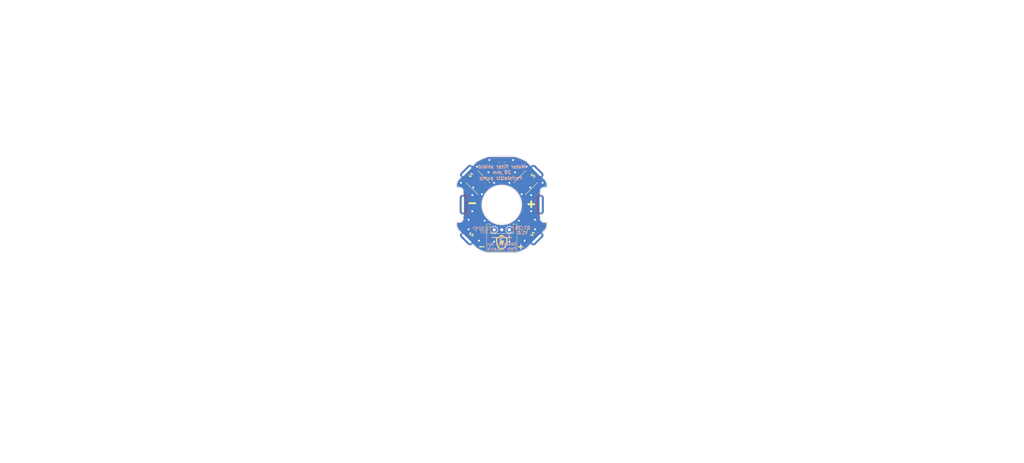
<source format=kicad_pcb>
(kicad_pcb (version 20241229) (generator "pcbnew") (generator_version "9.0")
  (title_block (title "${BOARD_NAME}") (date "2024-12-04") (rev "${REVISION}") (company "${COMPANY}"))
  (layers (0 "F.Cu" signal) (2 "B.Cu" signal) (13 "F.Paste" user) (15 "B.Paste" user) (5 "F.SilkS" user "F.Silkscreen") (7 "B.SilkS" user "B.Silkscreen") (1 "F.Mask" user) (3 "B.Mask" user) (25 "Edge.Cuts" user))
  (property "ASSEMBLY_NOTES" "ASSEMBLY NOTES (UNLESS OTHERWISE SPECIFIED)\n\n1)	DO NOT POPULATE PARTS ARE MARKED WITH A RED CROSS.\n\n2)	DO NOT POPULATE PARTS ARE NOT PRESENT IN THE BOM.\n\n3)	IF CONFLICTING INFORMATION IS FOUND BETWEEN THE ASSEMBLY\n	FILE AND BOM, BOM SHOULD BE USED AS THE MAIN SOURCE.\n\n4)	CONFORMAL COATING IS NOT REQUIRED.\n\n5)	DOT IDENTIFIES PIN #1 LOCATION AND DEVICE ORIENTATION\n	WHEN VIEWED FROM THE TOP.")
  (property "BOARD_NAME" "shield-peristaltic")
  (property "COMPANY" "TrendBit")
  (property "DESIGNER" "Petr_Malaník")
  (property "FABRICATION_NOTES" "FABRICATION NOTES (UNLESS OTHERWISE SPECIFIED)\n\n1)	FABRICATE PER IPC-6012A CLASS 2.\n\n2)	OUTLINE DEFINED IN SEPARATE GERBER FILE WITH\n	\"Edge_Cuts.GBR\" SUFFIX.\n\n	DIMENSIONS OF CIRCUMSIZED RECTANGLE SHOWN ON THIS\n	DRAWING FOR REFERENCE ONLY.\n\n3)	SEE SEPARATE DRILL FILES WITH \".DRL\" SUFFIX \n	FOR HOLE LOCATIONS.\n\n	SELECTED HOLE LOCATIONS SHOWN ON THIS DRAWING \n	FOR REFERENCE ONLY.\n\n4)	SURFACE FINISH: ENIG\n\n5)	SOLDERMASK ON BOTH SIDES OF THE BOARD SHALL \n	BE LPI, COLOR GREEN.\n\n6)	SILK SCREEN LEGEND TO BE APPLIED PER LAYER \n	STACKUP USING WHITE NON-CONDUCTIVE EPOXY INK.\n\n7)	ALL VIAS ARE TENTED ON BOTH SIDES UNLESS \n	SOLDERMASK OPENED IN GERBER.\n\n8)	VENDOR SHOULD FOLLOW ROHS COMPLIANT PROCESS \n	AND Pb FREE FOR MANUFACTURING\n\n9)	PCB MATERIAL REQUIREMENTS:\n\n	A.	FLAMMABILITY RATING MUST MEET OR EXCEED \n		UL94V-0 REQUIREMENTS.\n	B.	Tg 170 C OR EQUIVALENT.\n	C.	EQUIVALENT MATERIAL SHALL BE RoHS COMPLIANT, \n		HALOGEN FREE AND APPROVED BY TRENDBIT.\n\n10)	DESIGN GEOMETRY MINIMUM FEATURE SIZES:\n\n	BOARD SIZE				24.000 × 25.515 mm\n	BOARD THICKNESS		1.600 mm\n	TRACE WIDTH			1.000 mm\n	TRACE TO TRACE		0.200 mm\n	MIN. HOLE (PTH)			0.500 mm\n	MIN. HOLE (NPTH)		N/A mm\n	ANNULAR RING			0.250 mm\n	COPPER TO HOLE		0.250 mm\n	COPPER TO EDGE		0.250 mm\n	HOLE TO HOLE			0.250 mm")
  (property "GIT_HASH_PCB" "e95eb84")
  (property "GIT_HASH_SCH" "e95eb84")
  (property "GIT_URL" "")
  (property "PROJECT_NAME" "SMPBR")
  (property "RELEASE_BODY_1.0" "- Initial release")
  (property "RELEASE_BODY_1.1" "")
  (property "RELEASE_BODY_1.2" "")
  (property "RELEASE_BODY_1.3" "")
  (property "RELEASE_BODY_1.4" "")
  (property "RELEASE_BODY_UNRELEASED" "")
  (property "RELEASE_DATE" "29-Jul-2025")
  (property "RELEASE_DATE_NUM" "2025-07-29")
  (property "RELEASE_TITLE_1.0" "Version 1.0 - 2025-07-27")
  (property "RELEASE_TITLE_1.1" "")
  (property "RELEASE_TITLE_1.2" "")
  (property "RELEASE_TITLE_1.3" "")
  (property "RELEASE_TITLE_1.4" "")
  (property "RELEASE_TITLE_UNRELEASED" "")
  (property "REVISION" "1.0")
  (property "SHEET_NAME_1" "Cover Page")
  (property "SHEET_NAME_10" "......................................")
  (property "SHEET_NAME_11" "......................................")
  (property "SHEET_NAME_12" "......................................")
  (property "SHEET_NAME_13" "......................................")
  (property "SHEET_NAME_14" "......................................")
  (property "SHEET_NAME_15" "......................................")
  (property "SHEET_NAME_16" "......................................")
  (property "SHEET_NAME_17" "......................................")
  (property "SHEET_NAME_18" "......................................")
  (property "SHEET_NAME_19" "......................................")
  (property "SHEET_NAME_2" "Revision History")
  (property "SHEET_NAME_20" "......................................")
  (property "SHEET_NAME_21" "......................................")
  (property "SHEET_NAME_22" "......................................")
  (property "SHEET_NAME_23" "......................................")
  (property "SHEET_NAME_24" "......................................")
  (property "SHEET_NAME_25" "......................................")
  (property "SHEET_NAME_26" "......................................")
  (property "SHEET_NAME_27" "......................................")
  (property "SHEET_NAME_28" "......................................")
  (property "SHEET_NAME_29" "......................................")
  (property "SHEET_NAME_3" "System")
  (property "SHEET_NAME_30" "......................................")
  (property "SHEET_NAME_31" "......................................")
  (property "SHEET_NAME_32" "......................................")
  (property "SHEET_NAME_33" "......................................")
  (property "SHEET_NAME_34" "......................................")
  (property "SHEET_NAME_35" "......................................")
  (property "SHEET_NAME_36" "......................................")
  (property "SHEET_NAME_37" "......................................")
  (property "SHEET_NAME_38" "......................................")
  (property "SHEET_NAME_39" "......................................")
  (property "SHEET_NAME_4" "......................................")
  (property "SHEET_NAME_40" "......................................")
  (property "SHEET_NAME_5" "......................................")
  (property "SHEET_NAME_6" "......................................")
  (property "SHEET_NAME_7" "......................................")
  (property "SHEET_NAME_8" "......................................")
  (property "SHEET_NAME_9" "......................................")
  (property "VARIANT" "CHECKED")
  (net 0 "")
  (net 1 "/System/CASE")
  (net 2 "/System/MOT+")
  (net 3 "/System/MOT-")
  (net 4 "/System/VCC+")
  (net 5 "/System/VCC-")
  (footprint "LOGO" (layer "F.Cu") (at 145 88.3)
    (property "Reference" "G***" (hide yes))
    (property "Value" "LOGO" (hide yes))
    (fp_poly (pts (xy 0.003585 -0.918673) (xy 0.011696 -0.89513) (xy 0.023693 -0.858354) (xy 0.038936 -0.810352) (xy 0.056786 -0.753129) (xy 0.076605 -0.688691) (xy 0.091048 -0.64122) (xy 0.177596 -0.355528) (xy 0.474765 -0.351028) (xy 0.771933 -0.346528) (xy 0.526977 -0.171014) (xy 0.282021 0.0045) (xy 0.379749 0.291552) (xy 0.402811 0.359734) (xy 0.423702 0.42236) (xy 0.441779 0.477431) (xy 0.456398 0.522951) (xy 0.466915 0.556921) (xy 0.472686 0.577343) (xy 0.473526 0.582557) (xy 0.465679 0.578283) (xy 0.445281 0.564315) (xy 0.414065 0.541917) (xy 0.37376 0.512354) (xy 0.326098 0.47689) (xy 0.27281 0.436791) (xy 0.241537 0.413071) (xy 0.185379 0.370669) (xy 0.133401 0.332014) (xy 0.087424 0.298416) (xy 0.049273 0.271186) (xy 0.020771 0.251633) (xy 0.003743 0.241067) (xy 0 0.239558) (xy -0.01059 0.244703) (xy -0.033545 0.259243) (xy -0.066829 0.281772) (xy -0.108405 0.310887) (xy -0.156237 0.345182) (xy -0.207017 0.382316) (xy -0.261489 0.422517) (xy -0.31382 0.461126) (xy -0.361458 0.496264) (xy -0.401852 0.526048) (xy -0.432453 0.548598) (xy -0.448696 0.560554) (xy -0.474052 0.578542) (xy -0.487773 0.586129) (xy -0.492219 0.584235) (xy -0.490828 0.576955) (xy -0.486465 0.564057) (xy -0.476906 0.536351) (xy -0.462911 0.496016) (xy -0.445238 0.445233) (xy -0.424644 0.38618) (xy -0.401888 0.321039) (xy -0.388036 0.281433) (xy -0.291275 0.004916) (xy -0.531712 -0.170806) (xy -0.772149 -0.346528) (xy -0.474756 -0.351028) (xy -0.177362 -0.355528) (xy -0.090932 -0.641286) (xy -0.07016 -0.709528) (xy -0.050914 -0.771927) (xy -0.033833 -0.82648) (xy -0.019553 -0.871182) (xy -0.008713 -0.904026) (xy -0.001952 -0.92301) (xy 0 -0.926978)) (fill yes) (layer "F.SilkS"))
    (fp_poly (pts (xy 0.749309 -1.599043) (xy 1.498618 -1.318014) (xy 1.501293 -0.751265) (xy 1.501803 -0.612283) (xy 1.501896 -0.489693) (xy 1.501512 -0.381891) (xy 1.50059 -0.28727) (xy 1.499071 -0.204225) (xy 1.496894 -0.131152) (xy 1.493998 -0.066444) (xy 1.490322 -0.008496) (xy 1.485807 0.044297) (xy 1.480392 0.09354) (xy 1.474016 0.14084) (xy 1.466618 0.1878) (xy 1.465713 0.193171) (xy 1.428213 0.36642) (xy 1.37534 0.537725) (xy 1.308181 0.705464) (xy 1.227826 0.868016) (xy 1.135362 1.02376) (xy 1.031879 1.171075) (xy 0.918465 1.308339) (xy 0.796209 1.433932) (xy 0.666198 1.546232) (xy 0.529523 1.643618) (xy 0.465802 1.682335) (xy 0.356801 1.739602) (xy 0.239522 1.791563) (xy 0.130552 1.831659) (xy 0.081342 1.847604) (xy 0.045126 1.85829) (xy 0.017821 1.864153) (xy -0.004655 1.865628) (xy -0.026386 1.863151) (xy -0.051455 1.857159) (xy -0.067249 1.852774) (xy -0.133607 1.831734) (xy -0.208832 1.803985) (xy -0.286388 1.772141) (xy -0.359742 1.738814) (xy -0.391644 1.723006) (xy -0.53458 1.64003) (xy -0.671597 1.541205) (xy -0.80166 1.42801) (xy -0.923732 1.301922) (xy -1.036779 1.164421) (xy -1.139764 1.016984) (xy -1.231651 0.86109) (xy -1.311405 0.698215) (xy -1.377991 0.52984) (xy -1.430372 0.357441) (xy -1.466397 0.189149) (xy -1.473756 0.143062) (xy -1.48011 0.096694) (xy -1.485517 0.048452) (xy -1.490037 -0.003256) (xy -1.493728 -0.060022) (xy -1.496651 -0.123439) (xy -1.498863 -0.195099) (xy -1.500424 -0.276595) (xy -1.501393 -0.369518) (xy -1.501828 -0.475461) (xy -1.50179 -0.596017) (xy -1.501336 -0.732778) (xy -1.501252 -0.751265) (xy -1.499534 -1.120994) (xy -1.216252 -1.120994) (xy -1.21255 -0.535745) (xy -1.211741 -0.411543) (xy -1.210906 -0.303677) (xy -1.209909 -0.210483) (xy -1.208615 -0.130297) (xy -1.206888 -0.061454) (xy -1.204592 -0.002288) (xy -1.201592 0.048863) (xy -1.197752 0.093665) (xy -1.192936 0.133783) (xy -1.18701 0.170881) (xy -1.179836 0.206623) (xy -1.17128 0.242674) (xy -1.161207 0.280698) (xy -1.149479 0.322361) (xy -1.13993 0.355563) (xy -1.08437 0.518817) (xy -1.013994 0.67631) (xy -0.929971 0.826587) (xy -0.833469 0.968188) (xy -0.725656 1.099658) (xy -0.6077 1.219537) (xy -0.48077 1.32637) (xy -0.346034 1.418698) (xy -0.240686 1.477484) (xy -0.188709 1.502816) (xy -0.137179 1.526254) (xy -0.089334 1.546475) (xy -0.048414 1.562158) (xy -0.017654 1.571981) (xy -0.002485 1.574733) (xy 0.015001 1.571682) (xy 0.04364 1.563235) (xy 0.078016 1.551039) (xy 0.087522 1.54734) (xy 0.243823 1.475755) (xy 0.391195 1.389033) (xy 0.528959 1.288038) (xy 0.656434 1.173633) (xy 0.772938 1.046682) (xy 0.877791 0.90805) (xy 0.970312 0.758601) (xy 1.049819 0.599197) (xy 1.115633 0.430705) (xy 1.167071 0.253986) (xy 1.189965 0.148511) (xy 1.193774 0.127686) (xy 1.197054 0.107091) (xy 1.199854 0.085203) (xy 1.202226 0.060499) (xy 1.20422 0.031455) (xy 1.205885 -0.003453) (xy 1.207272 -0.045748) (xy 1.208432 -0.096953) (xy 1.209414 -0.158593) (xy 1.210269 -0.23219) (xy 1.211048 -0.319269) (xy 1.2118 -0.421352) (xy 1.212549 -0.535748) (xy 1.216251 -1.121) (xy 0.613209 -1.348062) (xy 0.513772 -1.385447) (xy 0.41915 -1.420913) (xy 0.330709 -1.453956) (xy 0.249811 -1.48407) (xy 0.177821 -1.510752) (xy 0.116104 -1.533496) (xy 0.066023 -1.551799) (xy 0.028941 -1.565156) (xy 0.006225 -1.573062) (xy -0.000716 -1.575124) (xy -0.010738 -1.572022) (xy -0.03623 -1.563053) (xy -0.07583 -1.548723) (xy -0.128171 -1.529535) (xy -0.191889 -1.505997) (xy -0.265621 -1.478613) (xy -0.348 -1.447888) (xy -0.437663 -1.414328) (xy -0.533245 -1.378437) (xy -0.613926 -1.348059) (xy -1.216252 -1.120994) (xy -1.499534 -1.120994) (xy -1.498618 -1.318014) (xy -0.749309 -1.599043) (xy 0 -1.880072)) (fill yes) (layer "F.SilkS"))
  )
  (footprint "TCY_passives:C-FT_1206_3216Metric" (layer "F.Cu") (at 145 68)
    (property "Reference" "C101" (hide yes))
    (property "Value" "100nF" (hide yes))
    (fp_line (start -0.805626 -1) (end -0.594374 -1) (stroke (width 0.12)) (layer "F.SilkS"))
    (fp_line (start -0.8 1) (end -0.588748 1) (stroke (width 0.12)) (layer "F.SilkS"))
    (fp_line (start 0.594374 -1) (end 0.805626 -1) (stroke (width 0.12)) (layer "F.SilkS"))
    (fp_line (start 0.600095 0.995612) (end 0.811347 0.995612) (stroke (width 0.12)) (layer "F.SilkS"))
    (pad "1" smd roundrect (at -1.475 0) (size 1.15 1.8) (layers "F.Cu" "F.Mask" "F.Paste") (roundrect_rratio 0.217391) (net 3 "/System/MOT-"))
    (pad "2" smd roundrect (at 0 -0.7) (size 1 0.8) (layers "F.Cu" "F.Mask" "F.Paste") (roundrect_rratio 0.217391) (net 1 "/System/CASE"))
    (pad "2" smd roundrect (at 0 0) (size 1 1.6) (layers "F.Cu" "F.Mask" "F.Paste") (roundrect_rratio 0.217391) (net 1 "/System/CASE"))
    (pad "2" smd roundrect (at 0 0.7) (size 1 0.8) (layers "F.Cu" "F.Mask" "F.Paste") (roundrect_rratio 0.217391) (net 1 "/System/CASE"))
    (pad "3" smd roundrect (at 1.475 0) (size 1.15 1.8) (layers "F.Cu" "F.Mask" "F.Paste") (roundrect_rratio 0.217391) (net 2 "/System/MOT+"))
  )
  (footprint "Inductor_SMD:L_Pulse_PA4332" (layer "F.Cu") (at 138.75 72.5 135)
    (property "Reference" "L102" (hide yes))
    (property "Value" "3.3uH" (hide yes))
    (fp_line (start 2.21 -2.21) (end 2.21 -2.11) (stroke (width 0.12)) (layer "F.SilkS"))
    (fp_line (start 2.21 2.11) (end 2.21 2.21) (stroke (width 0.12)) (layer "F.SilkS"))
    (fp_line (start 2.21 2.21) (end -2.21 2.21) (stroke (width 0.12)) (layer "F.SilkS"))
    (fp_line (start -2.21 -2.21) (end 2.21 -2.21) (stroke (width 0.12)) (layer "F.SilkS"))
    (fp_line (start -2.21 -2.11) (end -2.21 -2.21) (stroke (width 0.12)) (layer "F.SilkS"))
    (fp_line (start -2.21 2.21) (end -2.21 2.11) (stroke (width 0.12)) (layer "F.SilkS"))
    (pad "1" smd roundrect (at -1.5 0 135) (size 1.1 3.7) (layers "F.Cu" "F.Mask" "F.Paste") (roundrect_rratio 0.227273) (net 5 "/System/VCC-"))
    (pad "2" smd roundrect (at 1.5 0 135) (size 1.1 3.7) (layers "F.Cu" "F.Mask" "F.Paste") (roundrect_rratio 0.227273) (net 3 "/System/MOT-"))
  )
  (footprint "Pads:Motor_pad_peri" (layer "F.Cu") (at 134.75 78.25)
    (property "Reference" "J103" (hide yes))
    (property "Value" "MOT-" (hide yes))
    (pad "1" thru_hole oval (at 0 0) (size 1.6 5.2) (drill oval 0.6 4.2) (property pad_prop_castellated) (layers "*.Cu" "*.Mask") (net 3 "/System/MOT-"))
  )
  (footprint "Pads:Motor_pad_shield" (layer "F.Cu") (at 154.25 69.5 45)
    (property "Reference" "J107" (hide yes))
    (property "Value" "Shield" (hide yes))
    (pad "1" thru_hole oval (at 0 0 45) (size 1.6 4.2) (drill oval 0.6 3.2) (property pad_prop_castellated) (layers "*.Cu" "*.Mask") (net 1 "/System/CASE"))
  )
  (footprint "Pads:Motor_pad_peri" (layer "F.Cu") (at 155.25 78.25)
    (property "Reference" "J102" (hide yes))
    (property "Value" "MOT+" (hide yes))
    (pad "1" thru_hole oval (at 0 0) (size 1.6 5.2) (drill oval 0.6 4.2) (property pad_prop_castellated) (layers "*.Cu" "*.Mask") (net 2 "/System/MOT+"))
  )
  (footprint "Pads:Motor_pad_shield" (layer "F.Cu") (at 135.75 87.25 45)
    (property "Reference" "J104" (hide yes))
    (property "Value" "Shield" (hide yes))
    (pad "1" thru_hole oval (at 0 0 45) (size 1.6 4.2) (drill oval 0.6 3.2) (property pad_prop_castellated) (layers "*.Cu" "*.Mask") (net 1 "/System/CASE"))
  )
  (footprint "TCY_connectors:Hirose_DF3A-03P-2DS_1x03_P2.00mm_Horizontal" (layer "F.Cu") (at 145 87.375)
    (property "Reference" "J101" (hide yes))
    (property "Value" "DF3EA-3P-2H" (hide yes))
    (fp_line (start -4 -4) (end -4 3.25) (stroke (width 0.1)) (layer "F.SilkS"))
    (fp_line (start -4 -4) (end -3 -4) (stroke (width 0.1)) (layer "F.SilkS"))
    (fp_line (start -3 -4) (end -3 -1.5) (stroke (width 0.1)) (layer "F.SilkS"))
    (fp_line (start -3 -1.5) (end 3 -1.5) (stroke (width 0.1)) (layer "F.SilkS"))
    (fp_line (start 3 -4) (end 4 -4) (stroke (width 0.1)) (layer "F.SilkS"))
    (fp_line (start 3 -1.5) (end 3 -4) (stroke (width 0.1)) (layer "F.SilkS"))
    (fp_line (start 4 -4) (end 4 3.25) (stroke (width 0.1)) (layer "F.SilkS"))
    (fp_line (start 4 3.25) (end -4 3.25) (stroke (width 0.1)) (layer "F.SilkS"))
    (pad "1" thru_hole circle (at -2 -2.5) (size 1.6 1.6) (drill 0.8) (layers "*.Cu" "*.Mask") (net 5 "/System/VCC-"))
    (pad "2" thru_hole circle (at 0 -2.5) (size 1.6 1.6) (drill 0.8) (layers "*.Cu" "*.Mask") (net 1 "/System/CASE"))
    (pad "3" thru_hole circle (at 2 -2.5) (size 1.6 1.6) (drill 0.8) (layers "*.Cu" "*.Mask") (net 4 "/System/VCC+"))
  )
  (footprint "Pads:Motor_pad_shield" (layer "F.Cu") (at 135.75 69.5 -45)
    (property "Reference" "J106" (hide yes))
    (property "Value" "Shield" (hide yes))
    (pad "1" thru_hole oval (at 0 0 315) (size 1.6 4.2) (drill oval 0.6 3.2) (property pad_prop_castellated) (layers "*.Cu" "*.Mask") (net 1 "/System/CASE"))
  )
  (footprint "Inductor_SMD:L_Pulse_PA4332" (layer "F.Cu") (at 151.25 72.5 45)
    (property "Reference" "L103" (hide yes))
    (property "Value" "3.3uH" (hide yes))
    (fp_line (start -2.21 -2.21) (end 2.21 -2.21) (stroke (width 0.12)) (layer "F.SilkS"))
    (fp_line (start -2.21 -2.11) (end -2.21 -2.21) (stroke (width 0.12)) (layer "F.SilkS"))
    (fp_line (start 2.21 -2.21) (end 2.21 -2.11) (stroke (width 0.12)) (layer "F.SilkS"))
    (fp_line (start -2.21 2.21) (end -2.21 2.11) (stroke (width 0.12)) (layer "F.SilkS"))
    (fp_line (start 2.21 2.11) (end 2.21 2.21) (stroke (width 0.12)) (layer "F.SilkS"))
    (fp_line (start 2.21 2.21) (end -2.21 2.21) (stroke (width 0.12)) (layer "F.SilkS"))
    (pad "1" smd roundrect (at -1.5 0 45) (size 1.1 3.7) (layers "F.Cu" "F.Mask" "F.Paste") (roundrect_rratio 0.227273) (net 4 "/System/VCC+"))
    (pad "2" smd roundrect (at 1.5 0 45) (size 1.1 3.7) (layers "F.Cu" "F.Mask" "F.Paste") (roundrect_rratio 0.227273) (net 2 "/System/MOT+"))
  )
  (footprint "Capacitor_SMD:C_0805_2012Metric" (layer "F.Cu") (at 139 85 -90)
    (property "Reference" "C103" (hide yes))
    (property "Value" "22nF" (hide yes))
    (fp_line (start -0.261252 0.735) (end 0.261252 0.735) (stroke (width 0.12)) (layer "F.SilkS"))
    (fp_line (start -0.261252 -0.735) (end 0.261252 -0.735) (stroke (width 0.12)) (layer "F.SilkS"))
    (pad "1" smd roundrect (at -0.95 0 270) (size 1 1.45) (layers "F.Cu" "F.Mask" "F.Paste") (net 5 "/System/VCC-"))
    (pad "2" smd roundrect (at 0.95 0 270) (size 1 1.45) (layers "F.Cu" "F.Mask" "F.Paste") (net 1 "/System/CASE"))
  )
  (footprint "Pads:Motor_pad_shield" (layer "F.Cu") (at 154.25 87.25 -45)
    (property "Reference" "J108" (hide yes))
    (property "Value" "Shield" (hide yes))
    (pad "1" thru_hole oval (at 0 0 315) (size 1.6 4.2) (drill oval 0.6 3.2) (property pad_prop_castellated) (layers "*.Cu" "*.Mask") (net 1 "/System/CASE"))
  )
  (footprint "Capacitor_SMD:C_0805_2012Metric" (layer "F.Cu") (at 145 71)
    (property "Reference" "C104" (hide yes))
    (property "Value" "100nF" (hide yes))
    (fp_line (start -0.261252 -0.735) (end 0.261252 -0.735) (stroke (width 0.12)) (layer "F.SilkS"))
    (fp_line (start -0.261252 0.735) (end 0.261252 0.735) (stroke (width 0.12)) (layer "F.SilkS"))
    (pad "1" smd roundrect (at -0.95 0) (size 1 1.45) (layers "F.Cu" "F.Mask" "F.Paste") (net 5 "/System/VCC-"))
    (pad "2" smd roundrect (at 0.95 0) (size 1 1.45) (layers "F.Cu" "F.Mask" "F.Paste") (net 4 "/System/VCC+"))
  )
  (footprint "Capacitor_SMD:C_0805_2012Metric" (layer "F.Cu") (at 151 85 90)
    (property "Reference" "C102" (hide yes))
    (property "Value" "22nF" (hide yes))
    (fp_line (start -0.261252 -0.735) (end 0.261252 -0.735) (stroke (width 0.12)) (layer "F.SilkS"))
    (fp_line (start -0.261252 0.735) (end 0.261252 0.735) (stroke (width 0.12)) (layer "F.SilkS"))
    (pad "1" smd roundrect (at -0.95 0 90) (size 1 1.45) (layers "F.Cu" "F.Mask" "F.Paste") (net 1 "/System/CASE"))
    (pad "2" smd roundrect (at 0.95 0 90) (size 1 1.45) (layers "F.Cu" "F.Mask" "F.Paste") (net 4 "/System/VCC+"))
  )
  (footprint "LOGO" (layer "B.Cu") (at 139.5 85 180)
    (property "Reference" "G***" (hide yes))
    (property "Value" "LOGO" (hide yes))
    (fp_poly (pts (xy 0.518003 0.919902) (xy 0.518003 0.848453) (xy 0.214346 0.848453) (xy -0.089311 0.848453) (xy -0.089311 0.919902) (xy -0.089311 0.991351) (xy 0.214346 0.991351) (xy 0.518003 0.991351)) (fill yes) (layer "B.SilkS"))
    (fp_poly (pts (xy 0.518003 0.562659) (xy 0.518003 0.49121) (xy 0.214346 0.49121) (xy -0.089311 0.49121) (xy -0.089311 0.562659) (xy -0.089311 0.634107) (xy 0.214346 0.634107) (xy 0.518003 0.634107)) (fill yes) (layer "B.SilkS"))
    (fp_poly (pts (xy 0.518003 0.232209) (xy 0.518003 0.151829) (xy 0.214346 0.151829) (xy -0.089311 0.151829) (xy -0.089311 0.232209) (xy -0.089311 0.312588) (xy 0.214346 0.312588) (xy 0.518003 0.312588)) (fill yes) (layer "B.SilkS"))
    (fp_poly (pts (xy 0.267932 -0.116104) (xy 0.267932 -0.205414) (xy -0.08038 -0.205414) (xy -0.428692 -0.205414) (xy -0.428692 -0.116104) (xy -0.428692 -0.026793) (xy -0.08038 -0.026793) (xy 0.267932 -0.026793)) (fill yes) (layer "B.SilkS"))
    (fp_poly (pts (xy 0 -0.669831) (xy 0 -0.866315) (xy -0.08038 -0.866315) (xy -0.16076 -0.866315) (xy -0.16076 -0.669831) (xy -0.16076 -0.473347) (xy -0.08038 -0.473347) (xy 0 -0.473347)) (fill yes) (layer "B.SilkS"))
    (fp_poly (pts (xy -0.607314 -0.446554) (xy -0.607314 -0.866315) (xy -0.696625 -0.866315) (xy -0.785936 -0.866315) (xy -0.785936 -0.446554) (xy -0.785936 -0.026793) (xy -0.696625 -0.026793) (xy -0.607314 -0.026793)) (fill yes) (layer "B.SilkS"))
    (fp_poly (pts (xy -1.053868 0.90204) (xy -1.053868 0.812729) (xy -1.64332 0.812729) (xy -2.232771 0.812729) (xy -2.232771 0.90204) (xy -2.232771 0.991351) (xy -1.64332 0.991351) (xy -1.053868 0.991351)) (fill yes) (layer "B.SilkS"))
    (fp_poly (pts (xy -1.571871 -0.08931) (xy -1.571871 -0.41976) (xy -1.652251 -0.41976) (xy -1.73263 -0.41976) (xy -1.73263 -0.08931) (xy -1.73263 0.24114) (xy -1.652251 0.24114) (xy -1.571871 0.24114)) (fill yes) (layer "B.SilkS"))
    (fp_poly (pts (xy 1.303938 0.57159) (xy 1.303391 0.453417) (xy 1.301855 0.348115) (xy 1.299489 0.260618) (xy 1.296451 0.195858) (xy 1.2929 0.158768) (xy 1.29046 0.151829) (xy 1.274233 0.163892) (xy 1.236985 0.197499) (xy 1.182796 0.248781) (xy 1.115752 0.313867) (xy 1.039934 0.388885) (xy 1.031459 0.397352) (xy 0.785935 0.642876) (xy 0.785935 0.575974) (xy 0.785935 0.509072) (xy 0.705555 0.509072) (xy 0.625176 0.509072) (xy 0.625176 0.750211) (xy 0.626086 0.853936) (xy 0.62905 0.925811) (xy 0.634421 0.969674) (xy 0.642549 0.989359) (xy 0.647264 0.991351) (xy 0.666335 0.979262) (xy 0.706085 0.945639) (xy 0.762173 0.894445) (xy 0.830255 0.829644) (xy 0.905991 0.755198) (xy 0.906265 0.754925) (xy 1.143178 0.5185) (xy 1.143178 0.754925) (xy 1.143178 0.991351) (xy 1.223558 0.991351) (xy 1.303938 0.991351)) (fill yes) (layer "B.SilkS"))
    (fp_poly (pts (xy -0.525769 0.988404) (xy -0.439016 0.978196) (xy -0.37442 0.958673) (xy -0.325389 0.927784) (xy -0.28533 0.883477) (xy -0.282602 0.879693) (xy -0.248088 0.804134) (xy -0.236634 0.716003) (xy -0.249343 0.630676) (xy -0.262478 0.598739) (xy -0.305117 0.541719) (xy -0.366494 0.487969) (xy -0.431109 0.450947) (xy -0.434014 0.449826) (xy -0.431162 0.434726) (xy -0.406192 0.399662) (xy -0.362823 0.34934) (xy -0.313007 0.296794) (xy -0.170529 0.151829) (xy -0.286505 0.151829) (xy -0.402482 0.151829) (xy -0.60314 0.353058) (xy -0.671462 0.422898) (xy -0.729798 0.485057) (xy -0.773837 0.534734) (xy -0.799266 0.567134) (xy -0.803798 0.576335) (xy -0.79134 0.588135) (xy -0.751577 0.595256) (xy -0.680921 0.598224) (xy -0.653132 0.598383) (xy -0.550724 0.601426) (xy -0.478743 0.611479) (xy -0.432335 0.629926) (xy -0.40665 0.658152) (xy -0.401815 0.670098) (xy -0.393141 0.728127) (xy -0.410078 0.771954) (xy -0.454679 0.802756) (xy -0.528993 0.82171) (xy -0.635071 0.829994) (xy -0.681428 0.830591) (xy -0.839522 0.830591) (xy -0.839522 0.910971) (xy -0.839522 0.991351) (xy -0.641272 0.991351)) (fill yes) (layer "B.SilkS"))
    (fp_poly (pts (xy 1.594198 0.991176) (xy 1.68453 0.989816) (xy 1.749984 0.984809) (xy 1.801356 0.974457) (xy 1.849437 0.957065) (xy 1.869997 0.947836) (xy 1.968432 0.883407) (xy 2.042361 0.795919) (xy 2.088712 0.690892) (xy 2.104412 0.573846) (xy 2.102072 0.530809) (xy 2.07272 0.413712) (xy 2.012287 0.311125) (xy 1.924286 0.228632) (xy 1.903336 0.214819) (xy 1.861415 0.190492) (xy 1.823424 0.174412) (xy 1.779802 0.164533) (xy 1.720985 0.158808) (xy 1.637411 0.155191) (xy 1.622479 0.154714) (xy 1.428973 0.148668) (xy 1.428973 0.21977) (xy 1.428973 0.290873) (xy 1.610581 0.303871) (xy 1.693318 0.310305) (xy 1.749485 0.317325) (xy 1.788165 0.327774) (xy 1.818442 0.344496) (xy 1.849398 0.370334) (xy 1.862957 0.382881) (xy 1.907289 0.429483) (xy 1.930601 0.472858) (xy 1.94145 0.529815) (xy 1.942366 0.538831) (xy 1.937502 0.645311) (xy 1.903323 0.735093) (xy 1.843187 0.804381) (xy 1.76045 0.849375) (xy 1.65847 0.866276) (xy 1.652962 0.866316) (xy 1.57187 0.866316) (xy 1.57187 0.794867) (xy 1.57187 0.723418) (xy 1.491491 0.723418) (xy 1.411111 0.723418) (xy 1.411111 0.857384) (xy 1.411111 0.991351)) (fill yes) (layer "B.SilkS"))
    (fp_poly (pts (xy -1.638854 0.50868) (xy -1.5093 0.508207) (xy -1.410105 0.506826) (xy -1.335906 0.504138) (xy -1.281341 0.499746) (xy -1.241049 0.493251) (xy -1.209666 0.484257) (xy -1.187834 0.475208) (xy -1.091977 0.413072) (xy -1.021956 0.330956) (xy -0.979005 0.234778) (xy -0.964357 0.13046) (xy -0.979247 0.023924) (xy -1.024908 -0.07891) (xy -1.061809 -0.129653) (xy -1.110887 -0.187858) (xy -1.057475 -0.248691) (xy -0.998785 -0.340525) (xy -0.970486 -0.44232) (xy -0.971411 -0.547298) (xy -1.00039 -0.648684) (xy -1.056253 -0.739701) (xy -1.13783 -0.813575) (xy -1.15705 -0.82565) (xy -1.185432 -0.841896) (xy -1.211491 -0.854211) (xy -1.240613 -0.863225) (xy -1.278182 -0.869568) (xy -1.329583 -0.873869) (xy -1.400201 -0.876759) (xy -1.495419 -0.878867) (xy -1.620624 -0.880823) (xy -1.629923 -0.88096) (xy -2.018425 -0.886675) (xy -2.018425 -0.80603) (xy -2.018425 -0.725386) (xy -1.635522 -0.719936) (xy -1.252618 -0.714486) (xy -1.197785 -0.661915) (xy -1.142373 -0.587414) (xy -1.119615 -0.504031) (xy -1.127279 -0.42984) (xy -1.159441 -0.367605) (xy -1.213725 -0.310907) (xy -1.277215 -0.272259) (xy -1.296384 -0.26599) (xy -1.324103 -0.253945) (xy -1.336672 -0.228982) (xy -1.339662 -0.17989) (xy -1.339663 -0.178918) (xy -1.337272 -0.130277) (xy -1.325608 -0.105918) (xy -1.297936 -0.094488) (xy -1.288352 -0.092445) (xy -1.242526 -0.073087) (xy -1.193529 -0.038035) (xy -1.183319 -0.02846) (xy -1.135112 0.041951) (xy -1.117453 0.120033) (xy -1.12854 0.198304) (xy -1.16657 0.269281) (xy -1.229739 0.325484) (xy -1.273842 0.347123) (xy -1.309056 0.353812) (xy -1.372366 0.359469) (xy -1.456149 0.363649) (xy -1.55278 0.365905) (xy -1.599827 0.366175) (xy -1.875528 0.366175) (xy -1.875528 0.214346) (xy -1.875528 0.062518) (xy -1.946976 0.062518) (xy -2.018425 0.062518) (xy -2.018425 0.285795) (xy -2.018425 0.509072)) (fill yes) (layer "B.SilkS"))
  )
  (gr_arc (start 133.25 73.815758) (mid 133.073223 73.742535) (end 133 73.565758) (stroke (width 0.1)) (layer "Edge.Cuts"))
  (gr_line (start 156.75 82.815758) (end 156.25 82.815758) (stroke (width 0.1)) (layer "Edge.Cuts"))
  (gr_line (start 151.795445 89.666387) (end 156.547911 84.913921) (stroke (width 0.1)) (layer "Edge.Cuts"))
  (gr_arc (start 148.79109 65.567517) (mid 150.08969 66.02816) (end 151.333662 66.620685) (stroke (width 0.1)) (layer "Edge.Cuts"))
  (gr_arc (start 141.20891 65.567517) (mid 141.490951 65.505398) (end 141.778999 65.484546) (stroke (width 0.1)) (layer "Edge.Cuts"))
  (gr_arc (start 133.75 73.815758) (mid 134.457107 74.108651) (end 134.75 74.815758) (stroke (width 0.1)) (layer "Edge.Cuts"))
  (gr_arc (start 140.669541 90.891017) (mid 139.649807 90.492191) (end 138.666338 90.010831) (stroke (width 0.1)) (layer "Edge.Cuts"))
  (gr_arc (start 134.75 81.815758) (mid 134.457107 82.522865) (end 133.75 82.815758) (stroke (width 0.1)) (layer "Edge.Cuts"))
  (gr_line (start 133 73.053629) (end 133 73.565758) (stroke (width 0.1)) (layer "Edge.Cuts"))
  (gr_line (start 134.75 74.815758) (end 134.75 81.815758) (stroke (width 0.1)) (layer "Edge.Cuts"))
  (gr_arc (start 151.333662 90.010831) (mid 150.350192 90.492188) (end 149.330459 90.891017) (stroke (width 0.1)) (layer "Edge.Cuts"))
  (gr_arc (start 156.547911 71.717595) (mid 156.660667 71.918974) (end 156.769912 72.122279) (stroke (width 0.1)) (layer "Edge.Cuts"))
  (gr_arc (start 133.452089 84.913921) (mid 133.339333 84.712542) (end 133.230088 84.509237) (stroke (width 0.1)) (layer "Edge.Cuts"))
  (gr_arc (start 156.769912 84.509237) (mid 156.660667 84.712542) (end 156.547911 84.913921) (stroke (width 0.1)) (layer "Edge.Cuts"))
  (gr_line (start 155.25 81.815758) (end 155.25 74.815758) (stroke (width 0.1)) (layer "Edge.Cuts"))
  (gr_arc (start 151.795445 89.666387) (mid 151.577022 89.855325) (end 151.333662 90.010831) (stroke (width 0.1)) (layer "Edge.Cuts"))
  (gr_arc (start 156.75 82.815758) (mid 156.926777 82.888981) (end 157 83.065758) (stroke (width 0.1)) (layer "Edge.Cuts"))
  (gr_line (start 156.547911 71.717595) (end 151.795445 66.965129) (stroke (width 0.1)) (layer "Edge.Cuts"))
  (gr_arc (start 149.330459 90.891017) (mid 149.009388 90.972559) (end 148.679262 91) (stroke (width 0.1)) (layer "Edge.Cuts"))
  (gr_arc (start 151.333662 66.620685) (mid 151.577019 66.776195) (end 151.795445 66.965129) (stroke (width 0.1)) (layer "Edge.Cuts"))
  (gr_line (start 138.204555 66.965129) (end 133.452089 71.717595) (stroke (width 0.1)) (layer "Edge.Cuts"))
  (gr_arc (start 138.204555 66.965129) (mid 138.422979 66.776193) (end 138.666338 66.620685) (stroke (width 0.1)) (layer "Edge.Cuts"))
  (gr_line (start 157 83.577887) (end 157 83.065758) (stroke (width 0.1)) (layer "Edge.Cuts"))
  (gr_circle (center 145 78.315758) (end 150.1 78.315758) (stroke (width 0.1)) (fill no) (layer "Edge.Cuts"))
  (gr_line (start 148.221001 65.484546) (end 141.778999 65.484546) (stroke (width 0.1)) (layer "Edge.Cuts"))
  (gr_line (start 133.25 73.815758) (end 133.75 73.815758) (stroke (width 0.1)) (layer "Edge.Cuts"))
  (gr_line (start 157 73.565758) (end 157 73.053629) (stroke (width 0.1)) (layer "Edge.Cuts"))
  (gr_arc (start 133 73.053629) (mid 133.058374 72.573954) (end 133.230088 72.122279) (stroke (width 0.1)) (layer "Edge.Cuts"))
  (gr_arc (start 157 83.577887) (mid 156.941619 84.05756) (end 156.769912 84.509237) (stroke (width 0.1)) (layer "Edge.Cuts"))
  (gr_arc (start 157 73.565758) (mid 156.926777 73.742535) (end 156.75 73.815758) (stroke (width 0.1)) (layer "Edge.Cuts"))
  (gr_arc (start 138.666338 90.010831) (mid 138.422979 89.855323) (end 138.204555 89.666387) (stroke (width 0.1)) (layer "Edge.Cuts"))
  (gr_line (start 133.75 82.815758) (end 133.25 82.815758) (stroke (width 0.1)) (layer "Edge.Cuts"))
  (gr_line (start 141.320738 91) (end 148.679262 91) (stroke (width 0.1)) (layer "Edge.Cuts"))
  (gr_arc (start 141.320738 91) (mid 140.990611 90.972566) (end 140.669541 90.891017) (stroke (width 0.1)) (layer "Edge.Cuts"))
  (gr_line (start 133.452089 84.913921) (end 138.204555 89.666387) (stroke (width 0.1)) (layer "Edge.Cuts"))
  (gr_line (start 156.25 73.815758) (end 156.75 73.815758) (stroke (width 0.1)) (layer "Edge.Cuts"))
  (gr_arc (start 138.666338 66.620685) (mid 139.91031 66.02816) (end 141.20891 65.567517) (stroke (width 0.1)) (layer "Edge.Cuts"))
  (gr_arc (start 155.25 74.815758) (mid 155.542893 74.108651) (end 156.25 73.815758) (stroke (width 0.1)) (layer "Edge.Cuts"))
  (gr_line (start 133 83.065758) (end 133 83.577887) (stroke (width 0.1)) (layer "Edge.Cuts"))
  (gr_arc (start 148.221001 65.484546) (mid 148.509049 65.505398) (end 148.79109 65.567517) (stroke (width 0.1)) (layer "Edge.Cuts"))
  (gr_arc (start 133.230088 84.509237) (mid 133.058374 84.057562) (end 133 83.577887) (stroke (width 0.1)) (layer "Edge.Cuts"))
  (gr_arc (start 133 83.065758) (mid 133.073223 82.888981) (end 133.25 82.815758) (stroke (width 0.1)) (layer "Edge.Cuts"))
  (gr_arc (start 156.25 82.815758) (mid 155.542893 82.522865) (end 155.25 81.815758) (stroke (width 0.1)) (layer "Edge.Cuts"))
  (gr_arc (start 133.230088 72.122279) (mid 133.339333 71.918974) (end 133.452089 71.717595) (stroke (width 0.1)) (layer "Edge.Cuts"))
  (gr_arc (start 156.769912 72.122279) (mid 156.941625 72.573954) (end 157 73.053629) (stroke (width 0.1)) (layer "Edge.Cuts"))
  (gr_text "S" (at 137 85.25 225) (layer "F.SilkS") (effects (font (size 1 1) (thickness 0.2) (bold yes)) (justify left bottom)))
  (gr_text "+" (at 152.75 78 0) (layer "F.SilkS") (effects (font (size 2 2) (thickness 0.5) (bold yes))))
  (gr_text "-" (at 137.25 77.75 0) (layer "F.SilkS") (effects (font (size 2 2) (thickness 0.5) (bold yes))))
  (gr_text "+" (at 150 89.25 0) (layer "F.SilkS") (effects (font (size 1.5 1.5) (thickness 0.3) (bold yes))))
  (gr_text "S" (at 136 70.5 315) (layer "F.SilkS") (effects (font (size 1 1) (thickness 0.2) (bold yes)) (justify left bottom)))
  (gr_text "S" (at 153.25 71.5 45) (layer "F.SilkS") (effects (font (size 1 1) (thickness 0.2) (bold yes)) (justify left bottom)))
  (gr_text "S" (at 152.25 86 315) (layer "F.SilkS") (effects (font (size 1 1) (thickness 0.2) (bold yes)) (justify left bottom)))
  (gr_text "-" (at 139.75 89.25 0) (layer "F.SilkS") (effects (font (size 1.5 1.5) (thickness 0.3) (bold yes))))
  (gr_text "-" (at 143 87 180) (layer "B.SilkS") (effects (font (size 1.5 1.5) (thickness 0.3) (bold yes)) (justify mirror)))
  (gr_text "29 mm" (at 145 69.75 0) (layer "B.SilkS") (effects (font (size 0.9 0.9) (thickness 0.2) (bold yes)) (justify mirror)))
  (gr_text "S" (at 145 87 180) (layer "B.SilkS") (effects (font (size 1.5 1.5) (thickness 0.3) (bold yes)) (justify mirror)))
  (gr_text "07/25\nV${REVISION}" (at 150.5 85 0) (layer "B.SilkS") (effects (font (size 0.8 0.8) (thickness 0.2) (bold yes)) (justify mirror)))
  (gr_text "+" (at 147 87 180) (layer "B.SilkS") (effects (font (size 1.5 1.5) (thickness 0.3) (bold yes)) (justify mirror)))
  (gr_text "Motor filter shield" (at 145 68.25 0) (layer "B.SilkS") (effects (font (size 0.9 0.9) (thickness 0.2) (bold yes)) (justify mirror)))
  (gr_text "Designed by:\nPetr Malaník" (at 145 89.25 0) (layer "B.SilkS") (effects (font (size 0.8 0.8) (thickness 0.15) (bold yes)) (justify mirror)))
  (gr_text "Peristaltic pump\n" (at 144.75 71.25 0) (layer "B.SilkS") (effects (font (size 0.9 0.9) (thickness 0.2) (bold yes)) (justify mirror)))
  (via (at 152.75 80) (size 1) (drill 0.5) (layers "F.Cu" "B.Cu") (net 1))
  (via (at 153.75 82.25) (size 1) (drill 0.5) (layers "F.Cu" "B.Cu") (net 1))
  (via (at 152.5 73.75) (size 1) (drill 0.5) (layers "F.Cu" "B.Cu") (net 1))
  (via (at 134.25 72.5) (size 1) (drill 0.5) (layers "F.Cu" "B.Cu") (net 1))
  (via (at 139.75 75.5) (size 1) (drill 0.5) (layers "F.Cu" "B.Cu") (net 1))
  (via (at 147 72.5) (size 1) (drill 0.5) (layers "F.Cu" "B.Cu") (net 1))
  (via (at 149.5 82.5) (size 1) (drill 0.5) (layers "F.Cu" "B.Cu") (net 1))
  (via (at 140.5 82.5) (size 1) (drill 0.5) (layers "F.Cu" "B.Cu") (net 1))
  (via (at 141.75 66.5) (size 1) (drill 0.5) (layers "F.Cu" "B.Cu") (net 1))
  (via (at 136.25 82.25) (size 1) (drill 0.5) (layers "F.Cu" "B.Cu") (net 1))
  (via (at 137.25 80) (size 1) (drill 0.5) (layers "F.Cu" "B.Cu") (net 1))
  (via (at 136.25 84.75) (size 1) (drill 0.5) (layers "F.Cu" "B.Cu") (net 1))
  (via (at 150.25 75.5) (size 1) (drill 0.5) (layers "F.Cu" "B.Cu") (net 1))
  (via (at 148.5 69.75) (size 1) (drill 0.5) (layers "F.Cu" "B.Cu") (net 1))
  (via (at 152.75 75.75) (size 1) (drill 0.5) (layers "F.Cu" "B.Cu") (net 1))
  (via (at 139 87.75) (size 1) (drill 0.5) (layers "F.Cu" "B.Cu") (net 1))
  (via (at 151 87.75) (size 1) (drill 0.5) (layers "F.Cu" "B.Cu") (net 1))
  (via (at 141.5 69.75) (size 1) (drill 0.5) (layers "F.Cu" "B.Cu") (net 1))
  (via (at 143 72.5) (size 1) (drill 0.5) (layers "F.Cu" "B.Cu") (net 1))
  (via (at 148 66.5) (size 1) (drill 0.5) (layers "F.Cu" "B.Cu") (net 1))
  (via (at 138.5 68.25) (size 1) (drill 0.5) (layers "F.Cu" "B.Cu") (net 1))
  (via (at 137.25 75.75) (size 1) (drill 0.5) (layers "F.Cu" "B.Cu") (net 1))
  (via (at 155.75 72.5) (size 1) (drill 0.5) (layers "F.Cu" "B.Cu") (net 1))
  (via (at 143 88) (size 1) (drill 0.5) (layers "F.Cu" "B.Cu") (net 1))
  (via (at 147 88) (size 1) (drill 0.5) (layers "F.Cu" "B.Cu") (net 1))
  (via (at 137.5 73.75) (size 1) (drill 0.5) (layers "F.Cu" "B.Cu") (net 1))
  (via (at 153.75 84.75) (size 1) (drill 0.5) (layers "F.Cu" "B.Cu") (net 1))
  (via (at 151.5 68.25) (size 1) (drill 0.5) (layers "F.Cu" "B.Cu") (net 1))
  (segment (start 148.87132 68) (end 152.31066 71.43934) (width 1) (layer "F.Cu") (net 2))
  (segment (start 146.475 68) (end 148.87132 68) (width 1) (layer "F.Cu") (net 2))
  (segment (start 143.525 68) (end 141.12868 68) (width 1) (layer "F.Cu") (net 3))
  (segment (start 141.12868 68) (end 137.68934 71.43934) (width 1) (layer "F.Cu") (net 3))
  (segment (start 151.5 74.87132) (end 150.18934 73.56066) (width 1) (layer "F.Cu") (net 4))
  (segment (start 151.5 82.25) (end 151.5 74.87132) (width 1) (layer "F.Cu") (net 4))
  (segment (start 145.95 71) (end 147.62868 71) (width 1) (layer "F.Cu") (net 4))
  (segment (start 151 84.05) (end 151 82.75) (width 1) (layer "F.Cu") (net 4))
  (segment (start 151 82.75) (end 151.5 82.25) (width 1) (layer "F.Cu") (net 4))
  (segment (start 151 84.05) (end 149.45 84.05) (width 1) (layer "F.Cu") (net 4))
  (segment (start 147.62868 71) (end 150.18934 73.56066) (width 1) (layer "F.Cu") (net 4))
  (segment (start 148.625 84.875) (end 147 84.875) (width 1) (layer "F.Cu") (net 4))
  (segment (start 149.45 84.05) (end 148.625 84.875) (width 1) (layer "F.Cu") (net 4))
  (segment (start 138.5 82.25) (end 139 82.75) (width 1) (layer "F.Cu") (net 5))
  (segment (start 139 84.05) (end 140.55 84.05) (width 1) (layer "F.Cu") (net 5))
  (segment (start 139 82.75) (end 139 84.05) (width 1) (layer "F.Cu") (net 5))
  (segment (start 138.5 74.87132) (end 138.5 82.25) (width 1) (layer "F.Cu") (net 5))
  (segment (start 140.55 84.05) (end 141.375 84.875) (width 1) (layer "F.Cu") (net 5))
  (segment (start 141.375 84.875) (end 143 84.875) (width 1) (layer "F.Cu") (net 5))
  (segment (start 144.05 71) (end 142.37132 71) (width 1) (layer "F.Cu") (net 5))
  (segment (start 142.37132 71) (end 138.5 74.87132) (width 1) (layer "F.Cu") (net 5))
  (zone (net 3) (net_name "/System/MOT-") (layer "F.Cu") (priority 1) (connect_pads yes (clearance 0.2)) (min_thickness 0.25) (fill yes (thermal_gap 0.5) (thermal_bridge_width 0.5))
    (polygon (pts (xy 133.75 75.5) (xy 135 75.5) (xy 135 73.15) (xy 138.5 69.75) (xy 139.35 70.6) (xy 136.5 73.45) (xy 136.5 75.75) (xy 136.5 80.25) (xy 135.75 81) (xy 133.75 81)))
  )
  (zone (net 2) (net_name "/System/MOT+") (layer "F.Cu") (priority 1) (connect_pads yes (clearance 0.2)) (min_thickness 0.25) (fill yes (thermal_gap 0.5) (thermal_bridge_width 0.5))
    (polygon (pts (xy 156.25 75.5) (xy 155 75.5) (xy 155 73.3) (xy 151.5 69.8) (xy 150.65 70.6) (xy 153.5 73.45) (xy 153.5 75.75) (xy 153.5 80.25) (xy 154.25 81) (xy 156.25 81)))
  )
  (zone (net 1) (net_name "/System/CASE") (layers "F.Cu" "B.Cu") (connect_pads (clearance 0.2)) (min_thickness 0.25) (fill yes (thermal_gap 0.25) (thermal_bridge_width 0.5))
    (polygon (pts (xy 157 65.5) (xy 157 91) (xy 133 91) (xy 133 65.5)))
  )
)
</source>
